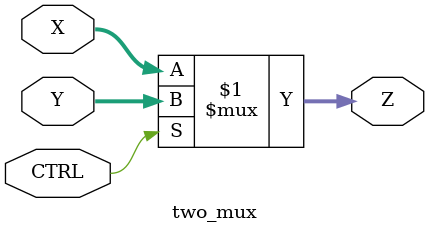
<source format=v>
`timescale 1ns / 1ps
`default_nettype none //helps catch typo-related bugs
module two_mux(X, Y, Z, CTRL);

	//parameter definitions
	parameter N = 32;
	input wire [N-1:0] X, Y;
	output wire [N-1:0] Z;
	input wire CTRL;

	//port definitions - customize for different bit widths
	
	assign Z = CTRL ? Y : X;


endmodule
`default_nettype wire //some Xilinx IP requires that the default_nettype be set to wire

</source>
